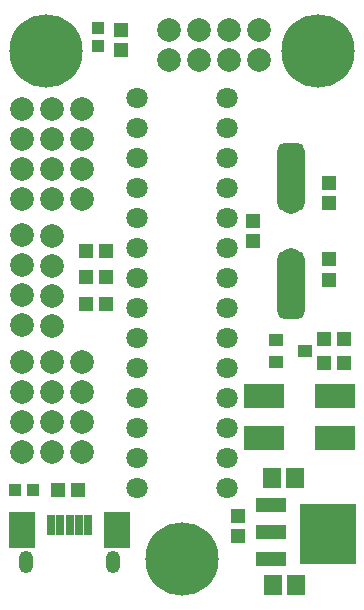
<source format=gts>
%FSLAX44Y44*%
%MOMM*%
G71*
G01*
G75*
G04 Layer_Color=8388736*
%ADD10R,1.3000X1.5000*%
%ADD11R,1.1000X1.0000*%
%ADD12R,2.1000X2.9000*%
%ADD13R,0.5000X1.6000*%
%ADD14R,1.0000X1.1000*%
%ADD15R,2.4000X3.3000*%
%ADD16R,2.4000X1.0000*%
%ADD17R,1.0000X0.8500*%
%ADD18R,1.0000X0.8500*%
%ADD19R,0.8000X0.8000*%
%ADD20R,2.8000X1.5000*%
%ADD21R,0.8000X0.8000*%
%ADD22R,4.5000X5.0000*%
G04:AMPARAMS|DCode=23|XSize=5.6mm|YSize=2.1mm|CornerRadius=0.525mm|HoleSize=0mm|Usage=FLASHONLY|Rotation=270.000|XOffset=0mm|YOffset=0mm|HoleType=Round|Shape=RoundedRectangle|*
%AMROUNDEDRECTD23*
21,1,5.6000,1.0500,0,0,270.0*
21,1,4.5500,2.1000,0,0,270.0*
1,1,1.0500,-0.5250,-2.2750*
1,1,1.0500,-0.5250,2.2750*
1,1,1.0500,0.5250,2.2750*
1,1,1.0500,0.5250,-2.2750*
%
%ADD23ROUNDEDRECTD23*%
%ADD24C,0.3000*%
%ADD25C,0.5000*%
%ADD26C,0.7500*%
%ADD27C,1.8000*%
%ADD28O,1.0000X1.7000*%
%ADD29C,6.0000*%
%ADD30C,1.6000*%
%ADD31C,0.6000*%
%ADD32C,0.2500*%
%ADD33C,0.1000*%
%ADD34C,0.2000*%
%ADD35C,0.0800*%
%ADD36R,1.5032X1.7032*%
%ADD37R,1.3032X1.2032*%
%ADD38R,2.3032X3.1032*%
%ADD39R,0.7032X1.8032*%
%ADD40R,1.2032X1.3032*%
%ADD41R,2.6032X3.5032*%
%ADD42R,2.6032X1.2032*%
%ADD43R,1.2032X1.0532*%
%ADD44R,1.2032X1.0532*%
%ADD45R,1.0032X1.0032*%
%ADD46R,3.4000X2.1000*%
%ADD47R,1.0032X1.0032*%
%ADD48R,4.7032X5.2032*%
G04:AMPARAMS|DCode=49|XSize=5.8032mm|YSize=2.3032mm|CornerRadius=0.6266mm|HoleSize=0mm|Usage=FLASHONLY|Rotation=270.000|XOffset=0mm|YOffset=0mm|HoleType=Round|Shape=RoundedRectangle|*
%AMROUNDEDRECTD49*
21,1,5.8032,1.0500,0,0,270.0*
21,1,4.5500,2.3032,0,0,270.0*
1,1,1.2532,-0.5250,-2.2750*
1,1,1.2532,-0.5250,2.2750*
1,1,1.2532,0.5250,2.2750*
1,1,1.2532,0.5250,-2.2750*
%
%ADD49ROUNDEDRECTD49*%
%ADD50C,2.0032*%
%ADD51O,1.2032X1.9032*%
%ADD52C,6.2032*%
%ADD53C,1.8032*%
D36*
X1766500Y372520D02*
D03*
X1747500D02*
D03*
X1765500Y463750D02*
D03*
X1746500D02*
D03*
D37*
X1589250Y633250D02*
D03*
X1606250D02*
D03*
X1790500Y581000D02*
D03*
X1807500D02*
D03*
X1790250Y560750D02*
D03*
X1807250D02*
D03*
X1565500Y453250D02*
D03*
X1582500D02*
D03*
X1589250Y610750D02*
D03*
X1606250D02*
D03*
X1606250Y655750D02*
D03*
X1589250D02*
D03*
D38*
X1535000Y419000D02*
D03*
X1615000D02*
D03*
D39*
X1559000Y423500D02*
D03*
X1567000D02*
D03*
X1575000D02*
D03*
X1583000D02*
D03*
X1591000D02*
D03*
D40*
X1717500Y431000D02*
D03*
Y414000D02*
D03*
X1795000Y648500D02*
D03*
Y631500D02*
D03*
Y696500D02*
D03*
Y713500D02*
D03*
X1730000Y681000D02*
D03*
Y664000D02*
D03*
X1618500Y826000D02*
D03*
Y843000D02*
D03*
D41*
X1804000Y417500D02*
D03*
D42*
X1746000Y394500D02*
D03*
Y417500D02*
D03*
Y440500D02*
D03*
D43*
X1750000Y580250D02*
D03*
X1774000Y570750D02*
D03*
D44*
X1750000Y561250D02*
D03*
D45*
X1529000Y453000D02*
D03*
X1544000D02*
D03*
D46*
X1800000Y532500D02*
D03*
Y497500D02*
D03*
X1740000Y532500D02*
D03*
Y497500D02*
D03*
D47*
X1599250Y844500D02*
D03*
Y829500D02*
D03*
D48*
X1793748Y416306D02*
D03*
D49*
X1762500Y718500D02*
D03*
Y626500D02*
D03*
D50*
X1585400Y561600D02*
D03*
Y536200D02*
D03*
Y510800D02*
D03*
Y485400D02*
D03*
X1534600D02*
D03*
Y510800D02*
D03*
Y536200D02*
D03*
Y561600D02*
D03*
X1560000Y485400D02*
D03*
Y510800D02*
D03*
Y536200D02*
D03*
Y561600D02*
D03*
X1735600Y817300D02*
D03*
X1710200D02*
D03*
X1684800D02*
D03*
X1659400D02*
D03*
X1735600Y842700D02*
D03*
X1710200D02*
D03*
X1684800D02*
D03*
X1659400D02*
D03*
X1560000Y775850D02*
D03*
Y750450D02*
D03*
Y725050D02*
D03*
Y699650D02*
D03*
X1534600Y775850D02*
D03*
Y750450D02*
D03*
Y725050D02*
D03*
Y699650D02*
D03*
X1585400D02*
D03*
Y725050D02*
D03*
Y750450D02*
D03*
Y775850D02*
D03*
X1560000Y592000D02*
D03*
Y617400D02*
D03*
Y642800D02*
D03*
Y668200D02*
D03*
X1534600Y669100D02*
D03*
Y643700D02*
D03*
Y618300D02*
D03*
Y592900D02*
D03*
X1762400Y696900D02*
D03*
X1762500Y648100D02*
D03*
D51*
X1538500Y392500D02*
D03*
X1611500D02*
D03*
D52*
X1670000Y395000D02*
D03*
X1785000Y825000D02*
D03*
X1555000D02*
D03*
D53*
X1631900Y454600D02*
D03*
Y480000D02*
D03*
Y505400D02*
D03*
Y530800D02*
D03*
Y556200D02*
D03*
Y581600D02*
D03*
Y607000D02*
D03*
Y632400D02*
D03*
Y657800D02*
D03*
Y683200D02*
D03*
Y708600D02*
D03*
Y734000D02*
D03*
Y759400D02*
D03*
Y784800D02*
D03*
X1708100D02*
D03*
Y759400D02*
D03*
Y734000D02*
D03*
Y708600D02*
D03*
Y683200D02*
D03*
Y657800D02*
D03*
Y632400D02*
D03*
Y607000D02*
D03*
Y581600D02*
D03*
Y556200D02*
D03*
Y530800D02*
D03*
Y505400D02*
D03*
Y480000D02*
D03*
Y454600D02*
D03*
M02*

</source>
